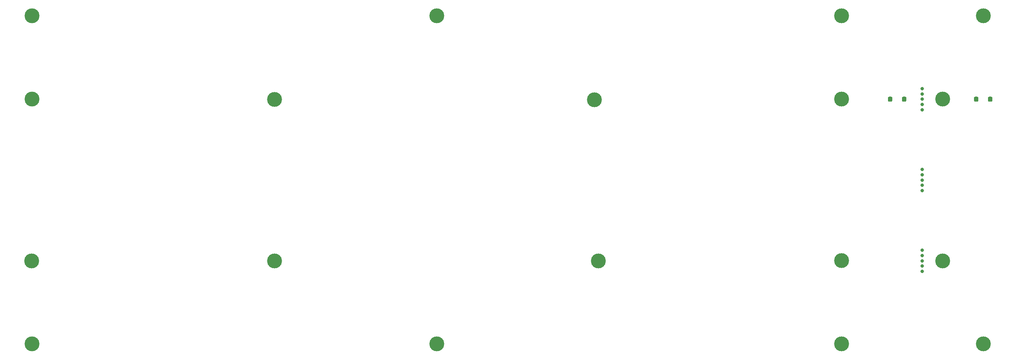
<source format=gbr>
G04 #@! TF.GenerationSoftware,KiCad,Pcbnew,(5.1.10-1-10_14)*
G04 #@! TF.CreationDate,2021-08-09T22:53:28-05:00*
G04 #@! TF.ProjectId,ori_top_plate,6f72695f-746f-4705-9f70-6c6174652e6b,rev?*
G04 #@! TF.SameCoordinates,Original*
G04 #@! TF.FileFunction,Soldermask,Top*
G04 #@! TF.FilePolarity,Negative*
%FSLAX46Y46*%
G04 Gerber Fmt 4.6, Leading zero omitted, Abs format (unit mm)*
G04 Created by KiCad (PCBNEW (5.1.10-1-10_14)) date 2021-08-09 22:53:28*
%MOMM*%
%LPD*%
G01*
G04 APERTURE LIST*
%ADD10C,0.800000*%
%ADD11C,3.500000*%
G04 APERTURE END LIST*
D10*
X375048450Y-97631692D03*
X375048450Y-96381692D03*
X375048450Y-95131692D03*
X375048450Y-98881692D03*
X375048450Y-100131692D03*
G36*
G01*
X370270360Y-59868904D02*
X370270360Y-59168904D01*
G75*
G02*
X370520360Y-58918904I250000J0D01*
G01*
X371020360Y-58918904D01*
G75*
G02*
X371270360Y-59168904I0J-250000D01*
G01*
X371270360Y-59868904D01*
G75*
G02*
X371020360Y-60118904I-250000J0D01*
G01*
X370520360Y-60118904D01*
G75*
G02*
X370270360Y-59868904I0J250000D01*
G01*
G37*
G36*
G01*
X366970360Y-59868904D02*
X366970360Y-59168904D01*
G75*
G02*
X367220360Y-58918904I250000J0D01*
G01*
X367720360Y-58918904D01*
G75*
G02*
X367970360Y-59168904I0J-250000D01*
G01*
X367970360Y-59868904D01*
G75*
G02*
X367720360Y-60118904I-250000J0D01*
G01*
X367220360Y-60118904D01*
G75*
G02*
X366970360Y-59868904I0J250000D01*
G01*
G37*
D11*
X165497570Y-97631660D03*
X165523314Y-59518904D03*
X222647810Y-59531500D03*
X222647810Y-97631660D03*
X297920000Y-59660000D03*
X298848130Y-97631660D03*
X356023474Y-59518904D03*
X356023474Y-97618936D03*
D10*
X375048450Y-78581580D03*
X375048450Y-77331580D03*
X375048450Y-76081580D03*
X375048450Y-79831580D03*
X375048450Y-81081580D03*
X375048450Y-59518808D03*
X375048450Y-58268808D03*
X375048450Y-57018808D03*
X375048450Y-60768808D03*
X375048450Y-62018808D03*
D11*
X379836330Y-59518840D03*
X379836330Y-97659743D03*
G36*
G01*
X388211370Y-59168840D02*
X388211370Y-59868840D01*
G75*
G02*
X387961370Y-60118840I-250000J0D01*
G01*
X387461370Y-60118840D01*
G75*
G02*
X387211370Y-59868840I0J250000D01*
G01*
X387211370Y-59168840D01*
G75*
G02*
X387461370Y-58918840I250000J0D01*
G01*
X387961370Y-58918840D01*
G75*
G02*
X388211370Y-59168840I0J-250000D01*
G01*
G37*
G36*
G01*
X391511370Y-59168840D02*
X391511370Y-59868840D01*
G75*
G02*
X391261370Y-60118840I-250000J0D01*
G01*
X390761370Y-60118840D01*
G75*
G02*
X390511370Y-59868840I0J250000D01*
G01*
X390511370Y-59168840D01*
G75*
G02*
X390761370Y-58918840I250000J0D01*
G01*
X391261370Y-58918840D01*
G75*
G02*
X391511370Y-59168840I0J-250000D01*
G01*
G37*
X165523314Y-39873575D03*
X165523314Y-117264265D03*
X260773394Y-39873575D03*
X260773394Y-117264265D03*
X356023474Y-39873575D03*
X356023474Y-117264265D03*
X389361002Y-39873575D03*
X389361002Y-117264265D03*
M02*

</source>
